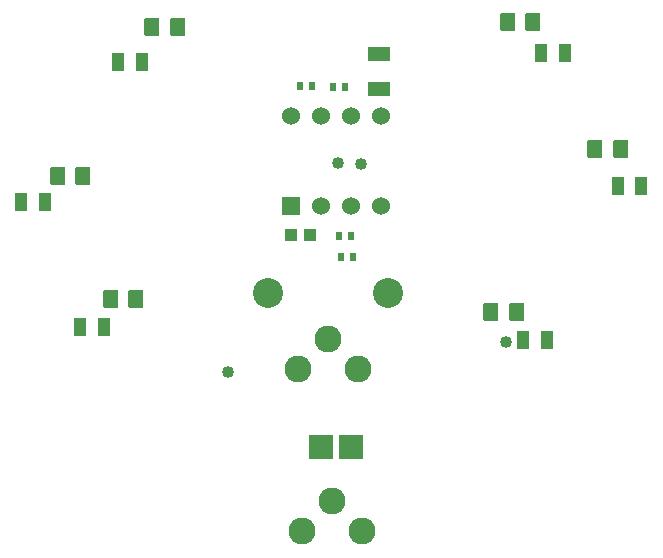
<source format=gbr>
G04 PROTEUS RS274X GERBER FILE*
%FSLAX45Y45*%
%MOMM*%
G01*
%ADD22C,1.016000*%
%ADD19C,2.286000*%
%AMPPAD015*
4,1,36,
-0.635000,0.762000,
0.635000,0.762000,
0.660970,0.759470,
0.684980,0.752200,
0.706580,0.740650,
0.725290,0.725290,
0.740650,0.706570,
0.752200,0.684980,
0.759470,0.660970,
0.762000,0.635000,
0.762000,-0.635000,
0.759470,-0.660970,
0.752200,-0.684980,
0.740650,-0.706570,
0.725290,-0.725290,
0.706580,-0.740650,
0.684980,-0.752200,
0.660970,-0.759470,
0.635000,-0.762000,
-0.635000,-0.762000,
-0.660970,-0.759470,
-0.684980,-0.752200,
-0.706580,-0.740650,
-0.725290,-0.725290,
-0.740650,-0.706570,
-0.752200,-0.684980,
-0.759470,-0.660970,
-0.762000,-0.635000,
-0.762000,0.635000,
-0.759470,0.660970,
-0.752200,0.684980,
-0.740650,0.706570,
-0.725290,0.725290,
-0.706580,0.740650,
-0.684980,0.752200,
-0.660970,0.759470,
-0.635000,0.762000,
0*%
%ADD23PPAD015*%
%ADD24C,1.524000*%
%AMPPAD017*
4,1,4,
-0.279400,0.304800,
0.279400,0.304800,
0.279400,-0.304800,
-0.279400,-0.304800,
-0.279400,0.304800,
0*%
%ADD25PPAD017*%
%AMPPAD018*
4,1,4,
-0.469900,0.723900,
0.469900,0.723900,
0.469900,-0.723900,
-0.469900,-0.723900,
-0.469900,0.723900,
0*%
%ADD26PPAD018*%
%AMPPAD019*
4,1,36,
-0.508000,0.762000,
0.508000,0.762000,
0.533970,0.759470,
0.557980,0.752200,
0.579580,0.740650,
0.598290,0.725290,
0.613650,0.706570,
0.625200,0.684980,
0.632470,0.660970,
0.635000,0.635000,
0.635000,-0.635000,
0.632470,-0.660970,
0.625200,-0.684980,
0.613650,-0.706570,
0.598290,-0.725290,
0.579580,-0.740650,
0.557980,-0.752200,
0.533970,-0.759470,
0.508000,-0.762000,
-0.508000,-0.762000,
-0.533970,-0.759470,
-0.557980,-0.752200,
-0.579580,-0.740650,
-0.598290,-0.725290,
-0.613650,-0.706570,
-0.625200,-0.684980,
-0.632470,-0.660970,
-0.635000,-0.635000,
-0.635000,0.635000,
-0.632470,0.660970,
-0.625200,0.684980,
-0.613650,0.706570,
-0.598290,0.725290,
-0.579580,0.740650,
-0.557980,0.752200,
-0.533970,0.759470,
-0.508000,0.762000,
0*%
%ADD27PPAD019*%
%AMPPAD020*
4,1,4,
-1.016000,-1.016000,
-1.016000,1.016000,
1.016000,1.016000,
1.016000,-1.016000,
-1.016000,-1.016000,
0*%
%ADD28PPAD020*%
%ADD29C,2.540000*%
%AMPPAD022*
4,1,4,
0.469900,-0.495300,
-0.469900,-0.495300,
-0.469900,0.495300,
0.469900,0.495300,
0.469900,-0.495300,
0*%
%ADD72PPAD022*%
%AMPPAD023*
4,1,4,
-0.901700,-0.571500,
-0.901700,0.571500,
0.901700,0.571500,
0.901700,-0.571500,
-0.901700,-0.571500,
0*%
%ADD73PPAD023*%
%TD.AperFunction*%
D22*
X-889000Y-4000500D03*
X+1460500Y-3746500D03*
X+40000Y-2230000D03*
X+240000Y-2240000D03*
D19*
X+214000Y-3980000D03*
X-40000Y-3726000D03*
X-294000Y-3980000D03*
X+244000Y-5350000D03*
X-10000Y-5096000D03*
X-264000Y-5350000D03*
D23*
X-360000Y-2600000D03*
D24*
X-106000Y-2600000D03*
X+148000Y-2600000D03*
X+402000Y-2600000D03*
X+402000Y-1838000D03*
X+148000Y-1838000D03*
X-106000Y-1838000D03*
X-360000Y-1838000D03*
D25*
X-280000Y-1580000D03*
X-180000Y-1580000D03*
X+0Y-1590000D03*
X+100000Y-1590000D03*
X+50000Y-2850000D03*
X+150000Y-2850000D03*
X+70000Y-3030000D03*
X+170000Y-3030000D03*
D26*
X-1820000Y-1380000D03*
X-1620000Y-1380000D03*
X+1760000Y-1300000D03*
X+1960000Y-1300000D03*
X-2640000Y-2560000D03*
X-2440000Y-2560000D03*
X+2410000Y-2430000D03*
X+2610000Y-2430000D03*
X-2140000Y-3620000D03*
X-1940000Y-3620000D03*
X+1610000Y-3730000D03*
X+1810000Y-3730000D03*
D27*
X-1530000Y-1080000D03*
X-1316640Y-1080000D03*
X+1480000Y-1040000D03*
X+1693360Y-1040000D03*
X-2330000Y-2340000D03*
X-2116640Y-2340000D03*
X+2220000Y-2110000D03*
X+2433360Y-2110000D03*
X-1880000Y-3380000D03*
X-1666640Y-3380000D03*
X+1340000Y-3490000D03*
X+1553360Y-3490000D03*
D28*
X-100000Y-4640000D03*
X+150000Y-4640000D03*
D29*
X+466000Y-3330000D03*
X-550000Y-3330000D03*
D72*
X-200000Y-2840000D03*
X-360000Y-2840000D03*
D73*
X+390000Y-1610000D03*
X+390000Y-1310000D03*
M02*

</source>
